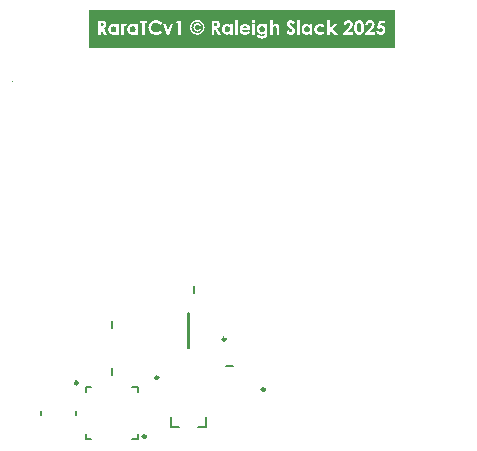
<source format=gto>
G04*
G04 #@! TF.GenerationSoftware,Altium Limited,Altium Designer,25.2.1 (25)*
G04*
G04 Layer_Color=65535*
%FSLAX25Y25*%
%MOIN*%
G70*
G04*
G04 #@! TF.SameCoordinates,1F312145-2A38-4454-B551-27999C65A1A9*
G04*
G04*
G04 #@! TF.FilePolarity,Positive*
G04*
G01*
G75*
%ADD10C,0.00394*%
%ADD11C,0.00984*%
%ADD12C,0.00787*%
G36*
X135617Y153093D02*
X33674D01*
Y165804D01*
X135617D01*
Y153093D01*
D02*
G37*
%LPC*%
G36*
X88624Y162555D02*
X88585D01*
X88506Y162548D01*
X88428Y162529D01*
X88362Y162503D01*
X88309Y162476D01*
X88263Y162443D01*
X88224Y162417D01*
X88204Y162398D01*
X88198Y162391D01*
X88145Y162325D01*
X88106Y162260D01*
X88080Y162194D01*
X88060Y162135D01*
X88047Y162076D01*
X88041Y162037D01*
Y161997D01*
X88047Y161912D01*
X88067Y161833D01*
X88093Y161768D01*
X88119Y161709D01*
X88145Y161663D01*
X88172Y161630D01*
X88191Y161604D01*
X88198Y161597D01*
X88263Y161545D01*
X88329Y161505D01*
X88395Y161473D01*
X88454Y161453D01*
X88513Y161440D01*
X88552Y161433D01*
X88591D01*
X88670Y161440D01*
X88749Y161460D01*
X88815Y161486D01*
X88867Y161512D01*
X88913Y161538D01*
X88952Y161564D01*
X88972Y161584D01*
X88978Y161591D01*
X89031Y161656D01*
X89070Y161722D01*
X89103Y161787D01*
X89123Y161853D01*
X89136Y161906D01*
X89143Y161951D01*
Y161991D01*
X89136Y162076D01*
X89116Y162148D01*
X89090Y162214D01*
X89064Y162273D01*
X89031Y162319D01*
X89005Y162358D01*
X88985Y162378D01*
X88978Y162384D01*
X88913Y162443D01*
X88847Y162483D01*
X88782Y162516D01*
X88723Y162535D01*
X88664Y162548D01*
X88624Y162555D01*
D02*
G37*
G36*
X101062Y162470D02*
X101003D01*
X100905Y162463D01*
X100806Y162457D01*
X100629Y162417D01*
X100478Y162358D01*
X100340Y162299D01*
X100288Y162266D01*
X100235Y162233D01*
X100196Y162201D01*
X100157Y162174D01*
X100131Y162155D01*
X100111Y162135D01*
X100098Y162129D01*
X100091Y162122D01*
X100026Y162056D01*
X99973Y161984D01*
X99921Y161919D01*
X99881Y161846D01*
X99816Y161709D01*
X99770Y161577D01*
X99743Y161460D01*
X99737Y161414D01*
X99730Y161368D01*
X99724Y161335D01*
Y161309D01*
Y161295D01*
Y161289D01*
X99730Y161164D01*
X99757Y161040D01*
X99789Y160928D01*
X99835Y160823D01*
X99875Y160738D01*
X99907Y160672D01*
X99921Y160646D01*
X99934Y160626D01*
X99940Y160620D01*
Y160613D01*
X99986Y160548D01*
X100045Y160476D01*
X100117Y160403D01*
X100190Y160325D01*
X100354Y160161D01*
X100518Y160010D01*
X100603Y159938D01*
X100675Y159872D01*
X100747Y159813D01*
X100806Y159760D01*
X100859Y159714D01*
X100898Y159682D01*
X100924Y159662D01*
X100931Y159655D01*
X101003Y159596D01*
X101069Y159537D01*
X101180Y159439D01*
X101272Y159360D01*
X101338Y159288D01*
X101390Y159236D01*
X101423Y159203D01*
X101443Y159177D01*
X101449Y159170D01*
X101488Y159111D01*
X101515Y159052D01*
X101541Y159000D01*
X101554Y158953D01*
X101561Y158914D01*
X101567Y158881D01*
Y158862D01*
Y158855D01*
X101561Y158790D01*
X101541Y158730D01*
X101515Y158678D01*
X101488Y158632D01*
X101462Y158599D01*
X101436Y158573D01*
X101416Y158553D01*
X101410Y158547D01*
X101351Y158501D01*
X101285Y158468D01*
X101219Y158448D01*
X101161Y158435D01*
X101101Y158422D01*
X101062Y158416D01*
X101023D01*
X100944Y158422D01*
X100865Y158442D01*
X100786Y158475D01*
X100714Y158514D01*
X100649Y158560D01*
X100583Y158612D01*
X100472Y158724D01*
X100380Y158835D01*
X100340Y158888D01*
X100308Y158934D01*
X100281Y158973D01*
X100262Y159006D01*
X100255Y159026D01*
X100249Y159032D01*
X99507Y158580D01*
X99560Y158488D01*
X99612Y158396D01*
X99717Y158238D01*
X99822Y158107D01*
X99921Y158002D01*
X100006Y157917D01*
X100078Y157858D01*
X100104Y157838D01*
X100124Y157825D01*
X100131Y157812D01*
X100137D01*
X100281Y157733D01*
X100426Y157674D01*
X100570Y157628D01*
X100708Y157602D01*
X100826Y157582D01*
X100878Y157576D01*
X100918D01*
X100957Y157569D01*
X101003D01*
X101121Y157576D01*
X101233Y157582D01*
X101338Y157602D01*
X101436Y157628D01*
X101528Y157655D01*
X101613Y157687D01*
X101692Y157720D01*
X101764Y157760D01*
X101823Y157792D01*
X101882Y157825D01*
X101928Y157858D01*
X101967Y157884D01*
X102000Y157911D01*
X102020Y157930D01*
X102033Y157937D01*
X102040Y157943D01*
X102112Y158016D01*
X102171Y158094D01*
X102223Y158166D01*
X102269Y158252D01*
X102308Y158330D01*
X102341Y158409D01*
X102387Y158553D01*
X102407Y158625D01*
X102420Y158685D01*
X102427Y158744D01*
X102433Y158796D01*
X102440Y158835D01*
Y158888D01*
X102433Y159000D01*
X102420Y159098D01*
X102400Y159190D01*
X102381Y159268D01*
X102361Y159341D01*
X102341Y159387D01*
X102328Y159419D01*
X102322Y159432D01*
X102276Y159524D01*
X102217Y159616D01*
X102151Y159708D01*
X102092Y159787D01*
X102033Y159852D01*
X101987Y159905D01*
X101954Y159938D01*
X101941Y159951D01*
X101915Y159977D01*
X101882Y160003D01*
X101843Y160043D01*
X101797Y160082D01*
X101698Y160167D01*
X101593Y160259D01*
X101488Y160351D01*
X101443Y160384D01*
X101403Y160423D01*
X101370Y160449D01*
X101344Y160469D01*
X101331Y160482D01*
X101324Y160489D01*
X101226Y160574D01*
X101141Y160646D01*
X101062Y160712D01*
X100996Y160777D01*
X100931Y160830D01*
X100878Y160882D01*
X100832Y160922D01*
X100793Y160961D01*
X100734Y161020D01*
X100701Y161059D01*
X100682Y161079D01*
X100675Y161085D01*
X100649Y161125D01*
X100629Y161164D01*
X100609Y161236D01*
X100603Y161263D01*
X100596Y161289D01*
Y161302D01*
Y161309D01*
X100603Y161354D01*
X100616Y161394D01*
X100649Y161460D01*
X100669Y161486D01*
X100688Y161505D01*
X100695Y161512D01*
X100701Y161519D01*
X100747Y161551D01*
X100793Y161577D01*
X100839Y161591D01*
X100885Y161604D01*
X100931Y161610D01*
X100964Y161617D01*
X100990D01*
X101056Y161610D01*
X101121Y161597D01*
X101187Y161571D01*
X101252Y161545D01*
X101370Y161466D01*
X101475Y161381D01*
X101567Y161289D01*
X101633Y161210D01*
X101659Y161184D01*
X101679Y161158D01*
X101685Y161145D01*
X101692Y161138D01*
X102354Y161715D01*
X102217Y161866D01*
X102092Y161991D01*
X101974Y162089D01*
X101869Y162168D01*
X101784Y162233D01*
X101718Y162273D01*
X101698Y162286D01*
X101679Y162299D01*
X101672Y162306D01*
X101666D01*
X101548Y162358D01*
X101429Y162398D01*
X101318Y162430D01*
X101219Y162450D01*
X101128Y162463D01*
X101062Y162470D01*
D02*
G37*
G36*
X56126D02*
X56067D01*
X55942Y162463D01*
X55818Y162457D01*
X55582Y162417D01*
X55365Y162365D01*
X55267Y162332D01*
X55175Y162306D01*
X55090Y162273D01*
X55017Y162240D01*
X54952Y162214D01*
X54899Y162188D01*
X54853Y162168D01*
X54821Y162148D01*
X54801Y162142D01*
X54794Y162135D01*
X54591Y162004D01*
X54493Y161932D01*
X54407Y161860D01*
X54329Y161787D01*
X54256Y161715D01*
X54184Y161643D01*
X54125Y161577D01*
X54073Y161512D01*
X54027Y161453D01*
X53987Y161400D01*
X53955Y161354D01*
X53929Y161315D01*
X53909Y161289D01*
X53902Y161269D01*
X53896Y161263D01*
X53843Y161158D01*
X53791Y161053D01*
X53712Y160843D01*
X53659Y160633D01*
X53620Y160443D01*
X53607Y160351D01*
X53601Y160272D01*
X53587Y160200D01*
Y160141D01*
X53581Y160088D01*
Y160023D01*
X53587Y159826D01*
X53614Y159636D01*
X53646Y159459D01*
X53686Y159295D01*
X53738Y159137D01*
X53797Y158993D01*
X53863Y158862D01*
X53929Y158737D01*
X53987Y158625D01*
X54053Y158534D01*
X54112Y158448D01*
X54165Y158383D01*
X54204Y158330D01*
X54243Y158291D01*
X54263Y158265D01*
X54270Y158258D01*
X54407Y158140D01*
X54545Y158029D01*
X54689Y157937D01*
X54840Y157858D01*
X54991Y157792D01*
X55142Y157740D01*
X55286Y157694D01*
X55424Y157655D01*
X55555Y157628D01*
X55673Y157609D01*
X55778Y157589D01*
X55870Y157582D01*
X55949Y157576D01*
X56008Y157569D01*
X56054D01*
X56270Y157576D01*
X56467Y157602D01*
X56644Y157628D01*
X56723Y157648D01*
X56802Y157668D01*
X56867Y157681D01*
X56926Y157701D01*
X56979Y157714D01*
X57025Y157733D01*
X57058Y157740D01*
X57084Y157753D01*
X57097Y157760D01*
X57104D01*
X57189Y157799D01*
X57281Y157845D01*
X57451Y157950D01*
X57615Y158068D01*
X57766Y158186D01*
X57832Y158238D01*
X57891Y158291D01*
X57950Y158337D01*
X57996Y158383D01*
X58029Y158416D01*
X58061Y158442D01*
X58074Y158455D01*
X58081Y158461D01*
X57477Y159091D01*
X57333Y158960D01*
X57202Y158849D01*
X57084Y158757D01*
X56979Y158685D01*
X56894Y158632D01*
X56828Y158593D01*
X56802Y158580D01*
X56782Y158573D01*
X56775Y158566D01*
X56769D01*
X56651Y158521D01*
X56526Y158488D01*
X56408Y158461D01*
X56303Y158448D01*
X56205Y158435D01*
X56133Y158429D01*
X56067D01*
X55903Y158435D01*
X55746Y158461D01*
X55608Y158494D01*
X55483Y158534D01*
X55385Y158566D01*
X55339Y158586D01*
X55306Y158599D01*
X55280Y158612D01*
X55260Y158625D01*
X55247Y158632D01*
X55240D01*
X55109Y158717D01*
X54991Y158809D01*
X54893Y158901D01*
X54814Y158993D01*
X54748Y159072D01*
X54703Y159137D01*
X54683Y159163D01*
X54670Y159183D01*
X54663Y159190D01*
Y159196D01*
X54598Y159334D01*
X54552Y159478D01*
X54512Y159616D01*
X54493Y159747D01*
X54479Y159859D01*
X54473Y159905D01*
Y159944D01*
X54466Y159977D01*
Y160003D01*
Y160016D01*
Y160023D01*
X54473Y160148D01*
X54486Y160266D01*
X54506Y160377D01*
X54539Y160482D01*
X54571Y160580D01*
X54611Y160672D01*
X54650Y160758D01*
X54696Y160836D01*
X54735Y160908D01*
X54775Y160974D01*
X54814Y161027D01*
X54847Y161072D01*
X54880Y161105D01*
X54899Y161132D01*
X54913Y161145D01*
X54919Y161151D01*
X55004Y161230D01*
X55103Y161302D01*
X55195Y161361D01*
X55286Y161420D01*
X55385Y161460D01*
X55477Y161499D01*
X55568Y161532D01*
X55654Y161551D01*
X55739Y161571D01*
X55811Y161584D01*
X55877Y161597D01*
X55936Y161604D01*
X55982Y161610D01*
X56047D01*
X56192Y161604D01*
X56336Y161584D01*
X56474Y161551D01*
X56605Y161505D01*
X56730Y161453D01*
X56848Y161400D01*
X56959Y161341D01*
X57058Y161276D01*
X57149Y161217D01*
X57235Y161151D01*
X57307Y161099D01*
X57366Y161046D01*
X57412Y161000D01*
X57451Y160968D01*
X57471Y160948D01*
X57477Y160941D01*
X58101Y161532D01*
X57950Y161689D01*
X57792Y161827D01*
X57635Y161945D01*
X57490Y162043D01*
X57366Y162122D01*
X57313Y162148D01*
X57267Y162174D01*
X57228Y162194D01*
X57202Y162207D01*
X57182Y162220D01*
X57176D01*
X56979Y162306D01*
X56775Y162365D01*
X56592Y162411D01*
X56421Y162437D01*
X56349Y162450D01*
X56277Y162457D01*
X56218Y162463D01*
X56165D01*
X56126Y162470D01*
D02*
G37*
G36*
X45945Y161223D02*
X45912D01*
X45827Y161217D01*
X45748Y161204D01*
X45669Y161177D01*
X45610Y161158D01*
X45551Y161132D01*
X45512Y161105D01*
X45486Y161092D01*
X45479Y161085D01*
X45407Y161033D01*
X45348Y160968D01*
X45296Y160908D01*
X45250Y160843D01*
X45210Y160784D01*
X45184Y160738D01*
X45171Y160712D01*
X45164Y160698D01*
Y161138D01*
X44416D01*
Y157687D01*
X45282D01*
Y159078D01*
X45276Y159242D01*
Y159373D01*
X45282Y159492D01*
X45289Y159603D01*
X45296Y159701D01*
X45309Y159787D01*
X45322Y159865D01*
X45335Y159938D01*
X45348Y159997D01*
X45355Y160049D01*
X45368Y160095D01*
X45381Y160134D01*
X45394Y160161D01*
X45401Y160187D01*
X45407Y160200D01*
X45414Y160213D01*
X45466Y160298D01*
X45525Y160357D01*
X45578Y160403D01*
X45630Y160430D01*
X45676Y160449D01*
X45715Y160456D01*
X45742Y160462D01*
X45788D01*
X45827Y160449D01*
X45912Y160423D01*
X45945Y160410D01*
X45971Y160397D01*
X45991Y160390D01*
X45997Y160384D01*
X46266Y161132D01*
X46201Y161164D01*
X46135Y161184D01*
X46076Y161204D01*
X46024Y161210D01*
X45978Y161217D01*
X45945Y161223D01*
D02*
G37*
G36*
X110909D02*
X110823D01*
X110620Y161210D01*
X110430Y161184D01*
X110259Y161145D01*
X110108Y161105D01*
X110043Y161079D01*
X109984Y161059D01*
X109938Y161040D01*
X109892Y161020D01*
X109859Y161000D01*
X109833Y160994D01*
X109820Y160981D01*
X109813D01*
X109656Y160882D01*
X109518Y160777D01*
X109400Y160666D01*
X109301Y160561D01*
X109223Y160462D01*
X109164Y160390D01*
X109144Y160357D01*
X109131Y160338D01*
X109118Y160325D01*
Y160318D01*
X109032Y160161D01*
X108973Y159997D01*
X108928Y159846D01*
X108901Y159701D01*
X108888Y159636D01*
X108882Y159577D01*
X108875Y159531D01*
Y159485D01*
X108869Y159446D01*
Y159400D01*
X108875Y159268D01*
X108888Y159137D01*
X108914Y159013D01*
X108947Y158901D01*
X108987Y158790D01*
X109032Y158685D01*
X109078Y158586D01*
X109124Y158501D01*
X109170Y158422D01*
X109216Y158350D01*
X109262Y158284D01*
X109301Y158238D01*
X109334Y158193D01*
X109361Y158166D01*
X109374Y158147D01*
X109380Y158140D01*
X109478Y158048D01*
X109590Y157963D01*
X109702Y157891D01*
X109820Y157832D01*
X109944Y157779D01*
X110062Y157733D01*
X110180Y157701D01*
X110292Y157668D01*
X110397Y157648D01*
X110495Y157628D01*
X110581Y157622D01*
X110659Y157609D01*
X110725D01*
X110771Y157602D01*
X110810D01*
X110994Y157609D01*
X111171Y157635D01*
X111328Y157668D01*
X111479Y157714D01*
X111624Y157766D01*
X111748Y157832D01*
X111866Y157891D01*
X111971Y157963D01*
X112070Y158029D01*
X112148Y158094D01*
X112221Y158153D01*
X112273Y158206D01*
X112319Y158252D01*
X112352Y158284D01*
X112372Y158311D01*
X112378Y158317D01*
X111689Y158790D01*
X111624Y158717D01*
X111558Y158658D01*
X111486Y158606D01*
X111414Y158560D01*
X111335Y158527D01*
X111263Y158494D01*
X111119Y158448D01*
X110987Y158416D01*
X110928Y158409D01*
X110882Y158403D01*
X110843Y158396D01*
X110784D01*
X110620Y158409D01*
X110469Y158442D01*
X110338Y158481D01*
X110233Y158534D01*
X110148Y158586D01*
X110082Y158625D01*
X110043Y158658D01*
X110036Y158671D01*
X110030D01*
X109977Y158724D01*
X109938Y158783D01*
X109866Y158901D01*
X109813Y159019D01*
X109780Y159131D01*
X109754Y159236D01*
X109748Y159275D01*
Y159314D01*
X109741Y159347D01*
Y159367D01*
Y159380D01*
Y159387D01*
X109748Y159472D01*
X109754Y159550D01*
X109787Y159695D01*
X109833Y159819D01*
X109892Y159924D01*
X109944Y160010D01*
X109990Y160075D01*
X110023Y160115D01*
X110036Y160128D01*
X110095Y160180D01*
X110154Y160226D01*
X110285Y160292D01*
X110417Y160344D01*
X110541Y160384D01*
X110653Y160403D01*
X110699Y160410D01*
X110745D01*
X110777Y160416D01*
X110823D01*
X110922Y160410D01*
X111007Y160403D01*
X111092Y160390D01*
X111158Y160377D01*
X111210Y160357D01*
X111256Y160344D01*
X111283Y160338D01*
X111289Y160331D01*
X111368Y160292D01*
X111440Y160252D01*
X111506Y160200D01*
X111571Y160154D01*
X111624Y160108D01*
X111663Y160069D01*
X111689Y160043D01*
X111696Y160036D01*
X112417Y160430D01*
X112312Y160567D01*
X112201Y160679D01*
X112089Y160784D01*
X111985Y160863D01*
X111886Y160928D01*
X111814Y160974D01*
X111781Y160994D01*
X111761Y161007D01*
X111748Y161013D01*
X111742D01*
X111584Y161085D01*
X111427Y161138D01*
X111269Y161171D01*
X111132Y161197D01*
X111066Y161204D01*
X111007Y161210D01*
X110954Y161217D01*
X110909Y161223D01*
D02*
G37*
G36*
X61912Y161138D02*
X61033D01*
X60160Y159098D01*
X59295Y161138D01*
X58409D01*
X59878Y157687D01*
X60436D01*
X61912Y161138D01*
D02*
G37*
G36*
X132511Y162352D02*
X130326D01*
X129762Y159760D01*
X130484Y159596D01*
X130536Y159649D01*
X130582Y159688D01*
X130634Y159728D01*
X130674Y159760D01*
X130707Y159780D01*
X130733Y159800D01*
X130753Y159813D01*
X130759D01*
X130812Y159839D01*
X130864Y159859D01*
X130917Y159872D01*
X130956Y159885D01*
X130995D01*
X131022Y159892D01*
X131048D01*
X131146Y159885D01*
X131238Y159859D01*
X131317Y159826D01*
X131382Y159787D01*
X131441Y159747D01*
X131481Y159714D01*
X131507Y159688D01*
X131514Y159682D01*
X131579Y159603D01*
X131625Y159511D01*
X131665Y159426D01*
X131684Y159341D01*
X131697Y159262D01*
X131710Y159203D01*
Y159163D01*
Y159157D01*
Y159150D01*
X131704Y159032D01*
X131678Y158927D01*
X131645Y158835D01*
X131605Y158757D01*
X131566Y158698D01*
X131533Y158652D01*
X131507Y158625D01*
X131500Y158612D01*
X131422Y158540D01*
X131336Y158494D01*
X131251Y158455D01*
X131173Y158429D01*
X131100Y158416D01*
X131048Y158409D01*
X131009Y158403D01*
X130995D01*
X130917Y158409D01*
X130844Y158422D01*
X130779Y158435D01*
X130726Y158461D01*
X130674Y158481D01*
X130641Y158494D01*
X130615Y158508D01*
X130608Y158514D01*
X130543Y158560D01*
X130490Y158612D01*
X130444Y158671D01*
X130398Y158724D01*
X130372Y158770D01*
X130346Y158809D01*
X130333Y158842D01*
X130326Y158849D01*
X129395D01*
X129421Y158737D01*
X129454Y158639D01*
X129539Y158448D01*
X129585Y158370D01*
X129631Y158291D01*
X129677Y158219D01*
X129723Y158153D01*
X129769Y158101D01*
X129808Y158048D01*
X129847Y158009D01*
X129887Y157976D01*
X129913Y157943D01*
X129933Y157924D01*
X129946Y157917D01*
X129952Y157911D01*
X130031Y157852D01*
X130116Y157799D01*
X130208Y157753D01*
X130293Y157714D01*
X130464Y157655D01*
X130621Y157615D01*
X130700Y157596D01*
X130766Y157589D01*
X130825Y157582D01*
X130877Y157576D01*
X130917Y157569D01*
X130976D01*
X131100Y157576D01*
X131218Y157589D01*
X131330Y157615D01*
X131435Y157641D01*
X131533Y157674D01*
X131632Y157714D01*
X131717Y157760D01*
X131796Y157806D01*
X131868Y157845D01*
X131927Y157891D01*
X131979Y157930D01*
X132025Y157963D01*
X132065Y157989D01*
X132091Y158016D01*
X132104Y158029D01*
X132111Y158035D01*
X132196Y158127D01*
X132261Y158219D01*
X132327Y158317D01*
X132379Y158409D01*
X132425Y158508D01*
X132465Y158606D01*
X132491Y158698D01*
X132517Y158783D01*
X132537Y158868D01*
X132550Y158940D01*
X132563Y159013D01*
X132570Y159072D01*
X132576Y159117D01*
Y159183D01*
X132570Y159308D01*
X132557Y159426D01*
X132537Y159537D01*
X132511Y159642D01*
X132478Y159741D01*
X132439Y159833D01*
X132406Y159918D01*
X132366Y159990D01*
X132320Y160062D01*
X132288Y160121D01*
X132248Y160174D01*
X132215Y160213D01*
X132189Y160246D01*
X132170Y160272D01*
X132157Y160285D01*
X132150Y160292D01*
X132071Y160371D01*
X131986Y160436D01*
X131901Y160495D01*
X131809Y160541D01*
X131723Y160587D01*
X131632Y160620D01*
X131468Y160672D01*
X131389Y160692D01*
X131323Y160705D01*
X131258Y160712D01*
X131205Y160718D01*
X131159Y160725D01*
X131048D01*
X130995Y160718D01*
X130963Y160712D01*
X130949D01*
X130897Y160698D01*
X130844Y160692D01*
X130812Y160685D01*
X130805Y160679D01*
X130799D01*
X130989Y161532D01*
X132511D01*
Y162352D01*
D02*
G37*
G36*
X127538Y162470D02*
X127466D01*
X127341Y162463D01*
X127217Y162450D01*
X127105Y162430D01*
X127000Y162404D01*
X126902Y162371D01*
X126804Y162332D01*
X126718Y162293D01*
X126646Y162253D01*
X126574Y162214D01*
X126515Y162174D01*
X126462Y162135D01*
X126417Y162102D01*
X126384Y162076D01*
X126357Y162056D01*
X126344Y162043D01*
X126338Y162037D01*
X126259Y161951D01*
X126193Y161860D01*
X126134Y161768D01*
X126082Y161669D01*
X126036Y161571D01*
X125997Y161473D01*
X125938Y161282D01*
X125918Y161190D01*
X125898Y161112D01*
X125885Y161040D01*
X125879Y160974D01*
X125872Y160922D01*
X125865Y160882D01*
Y160856D01*
Y160849D01*
X126731D01*
X126744Y160981D01*
X126764Y161092D01*
X126797Y161190D01*
X126830Y161269D01*
X126869Y161335D01*
X126895Y161381D01*
X126922Y161414D01*
X126928Y161420D01*
X127000Y161492D01*
X127086Y161545D01*
X127164Y161584D01*
X127236Y161610D01*
X127309Y161624D01*
X127361Y161637D01*
X127407D01*
X127505Y161630D01*
X127597Y161610D01*
X127676Y161577D01*
X127742Y161551D01*
X127794Y161519D01*
X127833Y161486D01*
X127860Y161466D01*
X127866Y161460D01*
X127925Y161387D01*
X127971Y161315D01*
X128004Y161243D01*
X128030Y161171D01*
X128043Y161105D01*
X128050Y161059D01*
Y161027D01*
Y161013D01*
X128043Y160915D01*
X128024Y160810D01*
X127991Y160712D01*
X127965Y160626D01*
X127932Y160548D01*
X127899Y160482D01*
X127879Y160443D01*
X127873Y160436D01*
Y160430D01*
X127840Y160364D01*
X127794Y160298D01*
X127696Y160161D01*
X127578Y160016D01*
X127460Y159885D01*
X127355Y159760D01*
X127302Y159708D01*
X127263Y159662D01*
X127230Y159629D01*
X127204Y159603D01*
X127184Y159583D01*
X127177Y159577D01*
X125741Y158107D01*
Y157687D01*
X128975D01*
Y158508D01*
X127302D01*
X127827Y159058D01*
X127938Y159177D01*
X128043Y159295D01*
X128142Y159406D01*
X128227Y159511D01*
X128306Y159609D01*
X128378Y159701D01*
X128444Y159787D01*
X128496Y159865D01*
X128542Y159938D01*
X128588Y160003D01*
X128621Y160056D01*
X128647Y160101D01*
X128667Y160141D01*
X128680Y160167D01*
X128693Y160180D01*
Y160187D01*
X128771Y160364D01*
X128831Y160528D01*
X128876Y160679D01*
X128903Y160817D01*
X128916Y160876D01*
X128922Y160928D01*
X128929Y160974D01*
Y161013D01*
X128936Y161046D01*
Y161066D01*
Y161079D01*
Y161085D01*
X128929Y161217D01*
X128903Y161341D01*
X128876Y161453D01*
X128837Y161558D01*
X128804Y161643D01*
X128771Y161709D01*
X128758Y161735D01*
X128745Y161755D01*
X128739Y161761D01*
Y161768D01*
X128660Y161886D01*
X128575Y161991D01*
X128489Y162083D01*
X128404Y162155D01*
X128325Y162214D01*
X128266Y162253D01*
X128227Y162279D01*
X128220Y162286D01*
X128214D01*
X128089Y162345D01*
X127965Y162391D01*
X127833Y162424D01*
X127722Y162450D01*
X127617Y162463D01*
X127578D01*
X127538Y162470D01*
D02*
G37*
G36*
X120270D02*
X120198D01*
X120073Y162463D01*
X119948Y162450D01*
X119837Y162430D01*
X119732Y162404D01*
X119633Y162371D01*
X119535Y162332D01*
X119450Y162293D01*
X119378Y162253D01*
X119305Y162214D01*
X119246Y162174D01*
X119194Y162135D01*
X119148Y162102D01*
X119115Y162076D01*
X119089Y162056D01*
X119076Y162043D01*
X119069Y162037D01*
X118991Y161951D01*
X118925Y161860D01*
X118866Y161768D01*
X118813Y161669D01*
X118767Y161571D01*
X118728Y161473D01*
X118669Y161282D01*
X118649Y161190D01*
X118630Y161112D01*
X118617Y161040D01*
X118610Y160974D01*
X118604Y160922D01*
X118597Y160882D01*
Y160856D01*
Y160849D01*
X119463D01*
X119476Y160981D01*
X119496Y161092D01*
X119528Y161190D01*
X119561Y161269D01*
X119601Y161335D01*
X119627Y161381D01*
X119653Y161414D01*
X119660Y161420D01*
X119732Y161492D01*
X119817Y161545D01*
X119896Y161584D01*
X119968Y161610D01*
X120040Y161624D01*
X120093Y161637D01*
X120139D01*
X120237Y161630D01*
X120329Y161610D01*
X120407Y161577D01*
X120473Y161551D01*
X120526Y161519D01*
X120565Y161486D01*
X120591Y161466D01*
X120598Y161460D01*
X120657Y161387D01*
X120703Y161315D01*
X120736Y161243D01*
X120762Y161171D01*
X120775Y161105D01*
X120781Y161059D01*
Y161027D01*
Y161013D01*
X120775Y160915D01*
X120755Y160810D01*
X120722Y160712D01*
X120696Y160626D01*
X120663Y160548D01*
X120631Y160482D01*
X120611Y160443D01*
X120604Y160436D01*
Y160430D01*
X120571Y160364D01*
X120526Y160298D01*
X120427Y160161D01*
X120309Y160016D01*
X120191Y159885D01*
X120086Y159760D01*
X120034Y159708D01*
X119994Y159662D01*
X119961Y159629D01*
X119935Y159603D01*
X119915Y159583D01*
X119909Y159577D01*
X118472Y158107D01*
Y157687D01*
X121706D01*
Y158508D01*
X120034D01*
X120558Y159058D01*
X120670Y159177D01*
X120775Y159295D01*
X120873Y159406D01*
X120958Y159511D01*
X121037Y159609D01*
X121109Y159701D01*
X121175Y159787D01*
X121228Y159865D01*
X121273Y159938D01*
X121319Y160003D01*
X121352Y160056D01*
X121378Y160101D01*
X121398Y160141D01*
X121411Y160167D01*
X121424Y160180D01*
Y160187D01*
X121503Y160364D01*
X121562Y160528D01*
X121608Y160679D01*
X121634Y160817D01*
X121647Y160876D01*
X121654Y160928D01*
X121660Y160974D01*
Y161013D01*
X121667Y161046D01*
Y161066D01*
Y161079D01*
Y161085D01*
X121660Y161217D01*
X121634Y161341D01*
X121608Y161453D01*
X121569Y161558D01*
X121536Y161643D01*
X121503Y161709D01*
X121490Y161735D01*
X121477Y161755D01*
X121470Y161761D01*
Y161768D01*
X121391Y161886D01*
X121306Y161991D01*
X121221Y162083D01*
X121136Y162155D01*
X121057Y162214D01*
X120998Y162253D01*
X120958Y162279D01*
X120952Y162286D01*
X120945D01*
X120821Y162345D01*
X120696Y162391D01*
X120565Y162424D01*
X120453Y162450D01*
X120349Y162463D01*
X120309D01*
X120270Y162470D01*
D02*
G37*
G36*
X114071D02*
X113205D01*
Y157687D01*
X114071D01*
Y159275D01*
X115527Y157687D01*
X116616D01*
X114950Y159498D01*
X116412Y161138D01*
X115343D01*
X114071Y159708D01*
Y162470D01*
D02*
G37*
G36*
X106258Y161223D02*
X106205D01*
X106080Y161217D01*
X105962Y161204D01*
X105851Y161177D01*
X105739Y161145D01*
X105641Y161105D01*
X105543Y161059D01*
X105457Y161013D01*
X105378Y160968D01*
X105306Y160922D01*
X105241Y160876D01*
X105188Y160830D01*
X105142Y160790D01*
X105103Y160758D01*
X105077Y160731D01*
X105064Y160718D01*
X105057Y160712D01*
X104978Y160613D01*
X104906Y160508D01*
X104841Y160403D01*
X104788Y160292D01*
X104742Y160180D01*
X104703Y160075D01*
X104677Y159970D01*
X104650Y159865D01*
X104631Y159774D01*
X104618Y159682D01*
X104604Y159603D01*
X104598Y159537D01*
X104591Y159485D01*
Y159406D01*
X104598Y159262D01*
X104611Y159131D01*
X104637Y159000D01*
X104670Y158875D01*
X104703Y158763D01*
X104742Y158658D01*
X104788Y158560D01*
X104834Y158468D01*
X104880Y158389D01*
X104926Y158317D01*
X104965Y158258D01*
X104998Y158206D01*
X105031Y158166D01*
X105057Y158140D01*
X105070Y158120D01*
X105077Y158114D01*
X105169Y158022D01*
X105267Y157943D01*
X105365Y157878D01*
X105464Y157819D01*
X105562Y157766D01*
X105654Y157727D01*
X105746Y157694D01*
X105838Y157668D01*
X105917Y157648D01*
X105995Y157628D01*
X106061Y157615D01*
X106120Y157609D01*
X106166D01*
X106205Y157602D01*
X106231D01*
X106343Y157609D01*
X106441Y157622D01*
X106533Y157635D01*
X106618Y157655D01*
X106684Y157674D01*
X106737Y157694D01*
X106769Y157701D01*
X106782Y157707D01*
X106881Y157753D01*
X106973Y157806D01*
X107058Y157865D01*
X107137Y157917D01*
X107202Y157969D01*
X107248Y158009D01*
X107281Y158035D01*
X107294Y158048D01*
Y157687D01*
X108160D01*
Y161138D01*
X107294D01*
Y160758D01*
X107202Y160836D01*
X107117Y160908D01*
X107032Y160968D01*
X106953Y161020D01*
X106881Y161053D01*
X106828Y161085D01*
X106796Y161099D01*
X106782Y161105D01*
X106677Y161145D01*
X106579Y161171D01*
X106481Y161197D01*
X106395Y161210D01*
X106317Y161217D01*
X106258Y161223D01*
D02*
G37*
G36*
X103962Y162470D02*
X103096D01*
Y157687D01*
X103962D01*
Y162470D01*
D02*
G37*
G36*
X94968D02*
X94102D01*
Y157687D01*
X94968D01*
Y159065D01*
Y159163D01*
Y159255D01*
Y159341D01*
X94974Y159413D01*
Y159478D01*
X94981Y159537D01*
Y159590D01*
X94987Y159629D01*
Y159701D01*
X94994Y159747D01*
X95001Y159774D01*
Y159780D01*
X95033Y159885D01*
X95073Y159977D01*
X95119Y160062D01*
X95158Y160128D01*
X95197Y160180D01*
X95230Y160220D01*
X95257Y160246D01*
X95263Y160252D01*
X95335Y160311D01*
X95414Y160357D01*
X95493Y160384D01*
X95558Y160410D01*
X95624Y160423D01*
X95670Y160430D01*
X95716D01*
X95788Y160423D01*
X95853Y160416D01*
X95906Y160397D01*
X95958Y160377D01*
X95998Y160357D01*
X96024Y160344D01*
X96044Y160331D01*
X96050Y160325D01*
X96096Y160279D01*
X96142Y160233D01*
X96175Y160174D01*
X96201Y160128D01*
X96221Y160075D01*
X96234Y160036D01*
X96247Y160010D01*
Y160003D01*
X96260Y159957D01*
X96267Y159911D01*
X96280Y159787D01*
X96293Y159655D01*
X96299Y159524D01*
X96306Y159400D01*
Y159341D01*
Y159295D01*
Y159255D01*
Y159222D01*
Y159203D01*
Y159196D01*
Y157687D01*
X97159D01*
Y160075D01*
X97146Y160174D01*
X97133Y160266D01*
X97113Y160357D01*
X97087Y160436D01*
X97061Y160508D01*
X97034Y160580D01*
X97008Y160640D01*
X96982Y160692D01*
X96956Y160738D01*
X96929Y160777D01*
X96903Y160803D01*
X96883Y160830D01*
X96870Y160849D01*
X96864Y160856D01*
X96857Y160863D01*
X96791Y160928D01*
X96719Y160981D01*
X96647Y161033D01*
X96575Y161072D01*
X96431Y161138D01*
X96293Y161177D01*
X96175Y161204D01*
X96122Y161210D01*
X96077Y161217D01*
X96044Y161223D01*
X95991D01*
X95893Y161217D01*
X95801Y161204D01*
X95709Y161190D01*
X95637Y161171D01*
X95565Y161145D01*
X95519Y161132D01*
X95486Y161118D01*
X95473Y161112D01*
X95381Y161066D01*
X95289Y161013D01*
X95204Y160961D01*
X95125Y160908D01*
X95060Y160856D01*
X95014Y160817D01*
X94981Y160790D01*
X94968Y160784D01*
Y162470D01*
D02*
G37*
G36*
X89025Y161138D02*
X88159D01*
Y157687D01*
X89025D01*
Y161138D01*
D02*
G37*
G36*
X83311Y162470D02*
X82445D01*
Y157687D01*
X83311D01*
Y162470D01*
D02*
G37*
G36*
X79762Y161223D02*
X79709D01*
X79585Y161217D01*
X79466Y161204D01*
X79355Y161177D01*
X79243Y161145D01*
X79145Y161105D01*
X79047Y161059D01*
X78961Y161013D01*
X78883Y160968D01*
X78811Y160922D01*
X78745Y160876D01*
X78693Y160830D01*
X78647Y160790D01*
X78607Y160758D01*
X78581Y160731D01*
X78568Y160718D01*
X78561Y160712D01*
X78483Y160613D01*
X78410Y160508D01*
X78345Y160403D01*
X78292Y160292D01*
X78246Y160180D01*
X78207Y160075D01*
X78181Y159970D01*
X78154Y159865D01*
X78135Y159774D01*
X78122Y159682D01*
X78109Y159603D01*
X78102Y159537D01*
X78096Y159485D01*
Y159406D01*
X78102Y159262D01*
X78115Y159131D01*
X78141Y159000D01*
X78174Y158875D01*
X78207Y158763D01*
X78246Y158658D01*
X78292Y158560D01*
X78338Y158468D01*
X78384Y158389D01*
X78430Y158317D01*
X78469Y158258D01*
X78502Y158206D01*
X78535Y158166D01*
X78561Y158140D01*
X78574Y158120D01*
X78581Y158114D01*
X78673Y158022D01*
X78771Y157943D01*
X78870Y157878D01*
X78968Y157819D01*
X79066Y157766D01*
X79158Y157727D01*
X79250Y157694D01*
X79342Y157668D01*
X79421Y157648D01*
X79499Y157628D01*
X79565Y157615D01*
X79624Y157609D01*
X79670D01*
X79709Y157602D01*
X79735D01*
X79847Y157609D01*
X79945Y157622D01*
X80037Y157635D01*
X80123Y157655D01*
X80188Y157674D01*
X80241Y157694D01*
X80273Y157701D01*
X80287Y157707D01*
X80385Y157753D01*
X80477Y157806D01*
X80562Y157865D01*
X80641Y157917D01*
X80706Y157969D01*
X80752Y158009D01*
X80785Y158035D01*
X80798Y158048D01*
Y157687D01*
X81664D01*
Y161138D01*
X80798D01*
Y160758D01*
X80706Y160836D01*
X80621Y160908D01*
X80536Y160968D01*
X80457Y161020D01*
X80385Y161053D01*
X80332Y161085D01*
X80300Y161099D01*
X80287Y161105D01*
X80182Y161145D01*
X80083Y161171D01*
X79985Y161197D01*
X79900Y161210D01*
X79821Y161217D01*
X79762Y161223D01*
D02*
G37*
G36*
X75701Y162352D02*
X74638D01*
Y157687D01*
X75517D01*
Y159662D01*
X75603D01*
X76652Y157687D01*
X77623D01*
X76521Y159754D01*
X76679Y159819D01*
X76810Y159898D01*
X76921Y159977D01*
X77020Y160049D01*
X77092Y160121D01*
X77144Y160174D01*
X77171Y160213D01*
X77184Y160220D01*
Y160226D01*
X77256Y160351D01*
X77315Y160476D01*
X77354Y160607D01*
X77381Y160725D01*
X77394Y160830D01*
X77400Y160876D01*
X77407Y160915D01*
Y160948D01*
Y160974D01*
Y160987D01*
Y160994D01*
X77400Y161151D01*
X77374Y161295D01*
X77341Y161427D01*
X77308Y161538D01*
X77269Y161624D01*
X77236Y161689D01*
X77223Y161715D01*
X77210Y161735D01*
X77203Y161741D01*
Y161748D01*
X77125Y161860D01*
X77039Y161958D01*
X76954Y162037D01*
X76869Y162096D01*
X76790Y162148D01*
X76731Y162181D01*
X76692Y162201D01*
X76685Y162207D01*
X76679D01*
X76613Y162233D01*
X76534Y162253D01*
X76455Y162273D01*
X76370Y162293D01*
X76187Y162319D01*
X76003Y162332D01*
X75918Y162338D01*
X75839Y162345D01*
X75767D01*
X75701Y162352D01*
D02*
G37*
G36*
X64372D02*
X63047D01*
X62535Y161519D01*
X63493D01*
Y157687D01*
X64372D01*
Y162352D01*
D02*
G37*
G36*
X53200D02*
X50622D01*
Y161479D01*
X51449D01*
Y157687D01*
X52347D01*
Y161479D01*
X53200D01*
Y162352D01*
D02*
G37*
G36*
X48208Y161223D02*
X48156D01*
X48031Y161217D01*
X47913Y161204D01*
X47801Y161177D01*
X47690Y161145D01*
X47592Y161105D01*
X47493Y161059D01*
X47408Y161013D01*
X47329Y160968D01*
X47257Y160922D01*
X47191Y160876D01*
X47139Y160830D01*
X47093Y160790D01*
X47054Y160758D01*
X47027Y160731D01*
X47014Y160718D01*
X47008Y160712D01*
X46929Y160613D01*
X46857Y160508D01*
X46791Y160403D01*
X46739Y160292D01*
X46693Y160180D01*
X46653Y160075D01*
X46627Y159970D01*
X46601Y159865D01*
X46581Y159774D01*
X46568Y159682D01*
X46555Y159603D01*
X46549Y159537D01*
X46542Y159485D01*
Y159406D01*
X46549Y159262D01*
X46562Y159131D01*
X46588Y159000D01*
X46621Y158875D01*
X46653Y158763D01*
X46693Y158658D01*
X46739Y158560D01*
X46785Y158468D01*
X46830Y158389D01*
X46876Y158317D01*
X46916Y158258D01*
X46949Y158206D01*
X46981Y158166D01*
X47008Y158140D01*
X47021Y158120D01*
X47027Y158114D01*
X47119Y158022D01*
X47218Y157943D01*
X47316Y157878D01*
X47414Y157819D01*
X47513Y157766D01*
X47605Y157727D01*
X47697Y157694D01*
X47788Y157668D01*
X47867Y157648D01*
X47946Y157628D01*
X48011Y157615D01*
X48070Y157609D01*
X48116D01*
X48156Y157602D01*
X48182D01*
X48293Y157609D01*
X48392Y157622D01*
X48484Y157635D01*
X48569Y157655D01*
X48635Y157674D01*
X48687Y157694D01*
X48720Y157701D01*
X48733Y157707D01*
X48831Y157753D01*
X48923Y157806D01*
X49009Y157865D01*
X49087Y157917D01*
X49153Y157969D01*
X49199Y158009D01*
X49231Y158035D01*
X49245Y158048D01*
Y157687D01*
X50111D01*
Y161138D01*
X49245D01*
Y160758D01*
X49153Y160836D01*
X49068Y160908D01*
X48982Y160968D01*
X48904Y161020D01*
X48831Y161053D01*
X48779Y161085D01*
X48746Y161099D01*
X48733Y161105D01*
X48628Y161145D01*
X48530Y161171D01*
X48431Y161197D01*
X48346Y161210D01*
X48267Y161217D01*
X48208Y161223D01*
D02*
G37*
G36*
X41838D02*
X41786D01*
X41661Y161217D01*
X41543Y161204D01*
X41432Y161177D01*
X41320Y161145D01*
X41222Y161105D01*
X41123Y161059D01*
X41038Y161013D01*
X40959Y160968D01*
X40887Y160922D01*
X40822Y160876D01*
X40769Y160830D01*
X40723Y160790D01*
X40684Y160758D01*
X40658Y160731D01*
X40644Y160718D01*
X40638Y160712D01*
X40559Y160613D01*
X40487Y160508D01*
X40421Y160403D01*
X40369Y160292D01*
X40323Y160180D01*
X40284Y160075D01*
X40257Y159970D01*
X40231Y159865D01*
X40211Y159774D01*
X40198Y159682D01*
X40185Y159603D01*
X40179Y159537D01*
X40172Y159485D01*
Y159406D01*
X40179Y159262D01*
X40192Y159131D01*
X40218Y159000D01*
X40251Y158875D01*
X40284Y158763D01*
X40323Y158658D01*
X40369Y158560D01*
X40415Y158468D01*
X40461Y158389D01*
X40507Y158317D01*
X40546Y158258D01*
X40579Y158206D01*
X40612Y158166D01*
X40638Y158140D01*
X40651Y158120D01*
X40658Y158114D01*
X40749Y158022D01*
X40848Y157943D01*
X40946Y157878D01*
X41045Y157819D01*
X41143Y157766D01*
X41235Y157727D01*
X41327Y157694D01*
X41418Y157668D01*
X41497Y157648D01*
X41576Y157628D01*
X41642Y157615D01*
X41701Y157609D01*
X41747D01*
X41786Y157602D01*
X41812D01*
X41924Y157609D01*
X42022Y157622D01*
X42114Y157635D01*
X42199Y157655D01*
X42265Y157674D01*
X42317Y157694D01*
X42350Y157701D01*
X42363Y157707D01*
X42462Y157753D01*
X42553Y157806D01*
X42639Y157865D01*
X42717Y157917D01*
X42783Y157969D01*
X42829Y158009D01*
X42862Y158035D01*
X42875Y158048D01*
Y157687D01*
X43741D01*
Y161138D01*
X42875D01*
Y160758D01*
X42783Y160836D01*
X42698Y160908D01*
X42612Y160968D01*
X42534Y161020D01*
X42462Y161053D01*
X42409Y161085D01*
X42376Y161099D01*
X42363Y161105D01*
X42258Y161145D01*
X42160Y161171D01*
X42061Y161197D01*
X41976Y161210D01*
X41897Y161217D01*
X41838Y161223D01*
D02*
G37*
G36*
X37778Y162352D02*
X36715D01*
Y157687D01*
X37594D01*
Y159662D01*
X37679D01*
X38729Y157687D01*
X39700D01*
X38598Y159754D01*
X38755Y159819D01*
X38886Y159898D01*
X38998Y159977D01*
X39096Y160049D01*
X39169Y160121D01*
X39221Y160174D01*
X39247Y160213D01*
X39260Y160220D01*
Y160226D01*
X39333Y160351D01*
X39391Y160476D01*
X39431Y160607D01*
X39457Y160725D01*
X39470Y160830D01*
X39477Y160876D01*
X39483Y160915D01*
Y160948D01*
Y160974D01*
Y160987D01*
Y160994D01*
X39477Y161151D01*
X39450Y161295D01*
X39418Y161427D01*
X39385Y161538D01*
X39346Y161624D01*
X39313Y161689D01*
X39300Y161715D01*
X39287Y161735D01*
X39280Y161741D01*
Y161748D01*
X39201Y161860D01*
X39116Y161958D01*
X39031Y162037D01*
X38945Y162096D01*
X38867Y162148D01*
X38808Y162181D01*
X38768Y162201D01*
X38762Y162207D01*
X38755D01*
X38690Y162233D01*
X38611Y162253D01*
X38532Y162273D01*
X38447Y162293D01*
X38263Y162319D01*
X38080Y162332D01*
X37994Y162338D01*
X37916Y162345D01*
X37843D01*
X37778Y162352D01*
D02*
G37*
G36*
X69895Y162509D02*
X69830D01*
X69705Y162503D01*
X69587Y162496D01*
X69364Y162457D01*
X69154Y162404D01*
X69062Y162378D01*
X68977Y162345D01*
X68892Y162312D01*
X68826Y162286D01*
X68761Y162260D01*
X68708Y162233D01*
X68669Y162214D01*
X68636Y162194D01*
X68616Y162188D01*
X68610Y162181D01*
X68413Y162050D01*
X68236Y161906D01*
X68085Y161755D01*
X67960Y161610D01*
X67901Y161545D01*
X67855Y161486D01*
X67816Y161433D01*
X67783Y161381D01*
X67757Y161341D01*
X67737Y161315D01*
X67731Y161295D01*
X67724Y161289D01*
X67665Y161184D01*
X67619Y161079D01*
X67573Y160968D01*
X67541Y160863D01*
X67481Y160659D01*
X67442Y160476D01*
X67429Y160390D01*
X67422Y160318D01*
X67416Y160252D01*
X67409Y160193D01*
X67403Y160148D01*
Y160082D01*
X67409Y159964D01*
X67416Y159846D01*
X67455Y159616D01*
X67508Y159413D01*
X67534Y159321D01*
X67567Y159229D01*
X67593Y159150D01*
X67626Y159078D01*
X67652Y159019D01*
X67672Y158967D01*
X67698Y158927D01*
X67711Y158895D01*
X67718Y158875D01*
X67724Y158868D01*
X67855Y158671D01*
X68000Y158494D01*
X68151Y158344D01*
X68288Y158219D01*
X68354Y158160D01*
X68419Y158114D01*
X68472Y158074D01*
X68518Y158042D01*
X68557Y158016D01*
X68584Y157996D01*
X68603Y157989D01*
X68610Y157983D01*
X68715Y157924D01*
X68826Y157878D01*
X68931Y157832D01*
X69036Y157799D01*
X69246Y157740D01*
X69338Y157720D01*
X69430Y157701D01*
X69515Y157687D01*
X69594Y157681D01*
X69659Y157674D01*
X69718Y157668D01*
X69764Y157661D01*
X69830D01*
X69948Y157668D01*
X70066Y157674D01*
X70296Y157714D01*
X70499Y157766D01*
X70591Y157792D01*
X70676Y157825D01*
X70755Y157852D01*
X70827Y157884D01*
X70886Y157911D01*
X70938Y157930D01*
X70985Y157956D01*
X71011Y157969D01*
X71030Y157976D01*
X71037Y157983D01*
X71240Y158114D01*
X71417Y158258D01*
X71568Y158409D01*
X71634Y158481D01*
X71693Y158547D01*
X71745Y158612D01*
X71798Y158678D01*
X71837Y158730D01*
X71870Y158776D01*
X71896Y158816D01*
X71916Y158842D01*
X71923Y158862D01*
X71929Y158868D01*
X71988Y158973D01*
X72041Y159085D01*
X72080Y159190D01*
X72119Y159295D01*
X72178Y159498D01*
X72198Y159596D01*
X72218Y159688D01*
X72231Y159774D01*
X72237Y159846D01*
X72250Y159911D01*
Y159970D01*
X72257Y160016D01*
Y160082D01*
X72250Y160200D01*
X72244Y160318D01*
X72205Y160548D01*
X72152Y160751D01*
X72126Y160843D01*
X72093Y160928D01*
X72060Y161007D01*
X72034Y161079D01*
X72008Y161138D01*
X71982Y161190D01*
X71962Y161236D01*
X71942Y161263D01*
X71936Y161282D01*
X71929Y161289D01*
X71798Y161492D01*
X71654Y161669D01*
X71503Y161820D01*
X71431Y161886D01*
X71358Y161945D01*
X71293Y161997D01*
X71234Y162050D01*
X71181Y162089D01*
X71129Y162122D01*
X71089Y162148D01*
X71063Y162168D01*
X71043Y162174D01*
X71037Y162181D01*
X70932Y162240D01*
X70827Y162293D01*
X70715Y162332D01*
X70611Y162371D01*
X70407Y162430D01*
X70223Y162470D01*
X70138Y162483D01*
X70066Y162489D01*
X70000Y162503D01*
X69941D01*
X69895Y162509D01*
D02*
G37*
G36*
X85790Y161223D02*
X85712D01*
X85574Y161217D01*
X85436Y161204D01*
X85312Y161177D01*
X85187Y161145D01*
X85075Y161099D01*
X84970Y161059D01*
X84872Y161007D01*
X84787Y160961D01*
X84708Y160915D01*
X84636Y160863D01*
X84577Y160823D01*
X84524Y160784D01*
X84485Y160744D01*
X84459Y160718D01*
X84439Y160705D01*
X84433Y160698D01*
X84341Y160600D01*
X84268Y160495D01*
X84196Y160384D01*
X84144Y160279D01*
X84091Y160167D01*
X84052Y160056D01*
X84019Y159951D01*
X83993Y159852D01*
X83967Y159754D01*
X83954Y159669D01*
X83941Y159590D01*
X83934Y159524D01*
Y159472D01*
X83927Y159426D01*
Y159393D01*
X83934Y159249D01*
X83947Y159117D01*
X83973Y158986D01*
X84006Y158868D01*
X84045Y158750D01*
X84085Y158645D01*
X84131Y158547D01*
X84183Y158461D01*
X84229Y158383D01*
X84275Y158311D01*
X84314Y158252D01*
X84354Y158199D01*
X84386Y158160D01*
X84413Y158133D01*
X84426Y158114D01*
X84433Y158107D01*
X84531Y158016D01*
X84636Y157943D01*
X84747Y157871D01*
X84859Y157819D01*
X84964Y157766D01*
X85075Y157727D01*
X85187Y157694D01*
X85285Y157668D01*
X85384Y157641D01*
X85475Y157628D01*
X85554Y157615D01*
X85620Y157609D01*
X85679D01*
X85725Y157602D01*
X85758D01*
X85948Y157609D01*
X86118Y157628D01*
X86276Y157661D01*
X86407Y157694D01*
X86466Y157714D01*
X86512Y157727D01*
X86558Y157747D01*
X86597Y157760D01*
X86624Y157766D01*
X86643Y157779D01*
X86656Y157786D01*
X86663D01*
X86801Y157865D01*
X86925Y157950D01*
X87037Y158048D01*
X87135Y158140D01*
X87214Y158225D01*
X87273Y158291D01*
X87293Y158317D01*
X87306Y158337D01*
X87319Y158350D01*
Y158357D01*
X86584Y158704D01*
X86519Y158645D01*
X86446Y158593D01*
X86381Y158547D01*
X86309Y158508D01*
X86171Y158448D01*
X86040Y158409D01*
X85922Y158383D01*
X85876Y158376D01*
X85830Y158370D01*
X85797Y158363D01*
X85751D01*
X85607Y158370D01*
X85475Y158396D01*
X85364Y158429D01*
X85266Y158475D01*
X85187Y158514D01*
X85128Y158547D01*
X85095Y158573D01*
X85082Y158580D01*
X84997Y158665D01*
X84925Y158763D01*
X84872Y158862D01*
X84826Y158953D01*
X84800Y159039D01*
X84780Y159111D01*
X84774Y159137D01*
X84767Y159157D01*
Y159163D01*
Y159170D01*
X87549D01*
X87555Y159334D01*
X87549Y159492D01*
X87535Y159636D01*
X87509Y159774D01*
X87476Y159905D01*
X87437Y160023D01*
X87391Y160141D01*
X87345Y160239D01*
X87299Y160331D01*
X87253Y160416D01*
X87207Y160489D01*
X87161Y160554D01*
X87122Y160607D01*
X87089Y160646D01*
X87063Y160672D01*
X87050Y160692D01*
X87043Y160698D01*
X86945Y160790D01*
X86840Y160869D01*
X86729Y160941D01*
X86617Y161000D01*
X86505Y161053D01*
X86401Y161099D01*
X86289Y161132D01*
X86184Y161158D01*
X86086Y161177D01*
X86000Y161197D01*
X85915Y161210D01*
X85849Y161217D01*
X85790Y161223D01*
D02*
G37*
G36*
X123825Y162470D02*
X123773D01*
X123628Y162463D01*
X123497Y162443D01*
X123373Y162411D01*
X123255Y162371D01*
X123143Y162325D01*
X123045Y162266D01*
X122953Y162214D01*
X122868Y162155D01*
X122795Y162089D01*
X122736Y162037D01*
X122677Y161984D01*
X122631Y161932D01*
X122599Y161892D01*
X122572Y161860D01*
X122559Y161840D01*
X122553Y161833D01*
X122480Y161715D01*
X122421Y161591D01*
X122369Y161446D01*
X122323Y161302D01*
X122290Y161145D01*
X122257Y160994D01*
X122231Y160836D01*
X122212Y160685D01*
X122192Y160541D01*
X122179Y160410D01*
X122172Y160285D01*
X122166Y160180D01*
X122159Y160095D01*
Y159806D01*
X122166Y159649D01*
X122179Y159498D01*
X122192Y159360D01*
X122205Y159236D01*
X122225Y159117D01*
X122238Y159013D01*
X122257Y158921D01*
X122277Y158835D01*
X122297Y158757D01*
X122310Y158698D01*
X122323Y158645D01*
X122336Y158606D01*
X122349Y158580D01*
X122356Y158560D01*
Y158553D01*
X122441Y158376D01*
X122526Y158225D01*
X122625Y158101D01*
X122710Y157996D01*
X122789Y157917D01*
X122854Y157858D01*
X122881Y157838D01*
X122900Y157825D01*
X122907Y157812D01*
X122913D01*
X123058Y157733D01*
X123202Y157674D01*
X123353Y157628D01*
X123491Y157602D01*
X123615Y157582D01*
X123668Y157576D01*
X123714D01*
X123747Y157569D01*
X123799D01*
X123989Y157582D01*
X124153Y157609D01*
X124304Y157641D01*
X124429Y157687D01*
X124481Y157707D01*
X124527Y157733D01*
X124573Y157753D01*
X124606Y157766D01*
X124632Y157786D01*
X124652Y157792D01*
X124658Y157806D01*
X124665D01*
X124790Y157911D01*
X124901Y158029D01*
X124993Y158153D01*
X125072Y158278D01*
X125131Y158389D01*
X125157Y158442D01*
X125177Y158481D01*
X125196Y158514D01*
X125209Y158547D01*
X125216Y158560D01*
Y158566D01*
X125255Y158671D01*
X125288Y158776D01*
X125341Y159013D01*
X125373Y159255D01*
X125400Y159485D01*
X125406Y159596D01*
X125413Y159695D01*
X125419Y159787D01*
X125426Y159865D01*
Y160187D01*
X125419Y160344D01*
X125406Y160489D01*
X125393Y160626D01*
X125380Y160758D01*
X125360Y160876D01*
X125341Y160981D01*
X125328Y161079D01*
X125308Y161164D01*
X125288Y161236D01*
X125268Y161302D01*
X125255Y161354D01*
X125242Y161394D01*
X125229Y161420D01*
X125223Y161440D01*
Y161446D01*
X125137Y161630D01*
X125045Y161787D01*
X124954Y161919D01*
X124862Y162024D01*
X124776Y162109D01*
X124711Y162168D01*
X124685Y162188D01*
X124665Y162201D01*
X124658Y162214D01*
X124652D01*
X124507Y162299D01*
X124357Y162365D01*
X124212Y162411D01*
X124074Y162437D01*
X123957Y162457D01*
X123904Y162463D01*
X123858D01*
X123825Y162470D01*
D02*
G37*
G36*
X91314Y161223D02*
X91261D01*
X91143Y161217D01*
X91032Y161204D01*
X90927Y161184D01*
X90822Y161151D01*
X90724Y161118D01*
X90638Y161079D01*
X90553Y161040D01*
X90474Y161000D01*
X90409Y160954D01*
X90343Y160915D01*
X90290Y160876D01*
X90245Y160843D01*
X90212Y160810D01*
X90186Y160790D01*
X90172Y160777D01*
X90166Y160771D01*
X90074Y160672D01*
X90002Y160574D01*
X89930Y160462D01*
X89877Y160357D01*
X89825Y160246D01*
X89785Y160134D01*
X89753Y160029D01*
X89726Y159924D01*
X89700Y159826D01*
X89687Y159741D01*
X89674Y159655D01*
X89667Y159590D01*
Y159531D01*
X89661Y159492D01*
Y159459D01*
Y159452D01*
X89667Y159314D01*
X89680Y159177D01*
X89707Y159052D01*
X89733Y158934D01*
X89772Y158816D01*
X89812Y158717D01*
X89858Y158619D01*
X89903Y158534D01*
X89943Y158455D01*
X89989Y158383D01*
X90028Y158324D01*
X90067Y158278D01*
X90094Y158238D01*
X90120Y158212D01*
X90133Y158193D01*
X90140Y158186D01*
X90232Y158101D01*
X90330Y158022D01*
X90428Y157956D01*
X90527Y157897D01*
X90625Y157852D01*
X90724Y157812D01*
X90815Y157779D01*
X90907Y157753D01*
X90992Y157727D01*
X91071Y157714D01*
X91137Y157701D01*
X91196Y157694D01*
X91248D01*
X91281Y157687D01*
X91314D01*
X91432Y157694D01*
X91537Y157701D01*
X91629Y157720D01*
X91714Y157740D01*
X91780Y157753D01*
X91832Y157773D01*
X91865Y157779D01*
X91878Y157786D01*
X91970Y157825D01*
X92062Y157878D01*
X92147Y157930D01*
X92219Y157989D01*
X92278Y158035D01*
X92324Y158074D01*
X92350Y158101D01*
X92364Y158114D01*
X92357Y157969D01*
X92350Y157845D01*
X92337Y157747D01*
X92318Y157668D01*
X92298Y157602D01*
X92285Y157563D01*
X92278Y157537D01*
X92272Y157530D01*
X92232Y157471D01*
X92186Y157419D01*
X92141Y157366D01*
X92088Y157327D01*
X92042Y157294D01*
X92003Y157274D01*
X91976Y157261D01*
X91970Y157255D01*
X91885Y157215D01*
X91793Y157189D01*
X91701Y157169D01*
X91616Y157156D01*
X91530Y157150D01*
X91471Y157143D01*
X91412D01*
X91314Y157150D01*
X91222Y157156D01*
X91137Y157169D01*
X91071Y157182D01*
X91012Y157195D01*
X90973Y157209D01*
X90940Y157222D01*
X90933D01*
X90861Y157255D01*
X90802Y157287D01*
X90743Y157320D01*
X90697Y157360D01*
X90664Y157386D01*
X90632Y157412D01*
X90619Y157432D01*
X90612Y157438D01*
X89654D01*
X89700Y157314D01*
X89753Y157202D01*
X89812Y157097D01*
X89871Y157012D01*
X89923Y156946D01*
X89963Y156894D01*
X89989Y156861D01*
X90002Y156848D01*
X90094Y156763D01*
X90199Y156684D01*
X90290Y156618D01*
X90382Y156566D01*
X90468Y156526D01*
X90527Y156500D01*
X90553Y156487D01*
X90573Y156480D01*
X90579Y156474D01*
X90586D01*
X90724Y156428D01*
X90868Y156395D01*
X91012Y156376D01*
X91143Y156362D01*
X91268Y156349D01*
X91314D01*
X91360Y156343D01*
X91445D01*
X91616Y156349D01*
X91780Y156369D01*
X91931Y156395D01*
X92068Y156428D01*
X92199Y156474D01*
X92311Y156520D01*
X92423Y156572D01*
X92514Y156625D01*
X92600Y156671D01*
X92672Y156723D01*
X92731Y156769D01*
X92783Y156815D01*
X92816Y156848D01*
X92849Y156874D01*
X92862Y156894D01*
X92869Y156900D01*
X92934Y156985D01*
X92987Y157077D01*
X93033Y157176D01*
X93072Y157274D01*
X93138Y157491D01*
X93177Y157701D01*
X93197Y157799D01*
X93203Y157891D01*
X93210Y157969D01*
X93216Y158042D01*
X93223Y158101D01*
Y161138D01*
X92364D01*
Y160751D01*
X92265Y160836D01*
X92167Y160915D01*
X92075Y160974D01*
X91996Y161027D01*
X91924Y161066D01*
X91872Y161092D01*
X91839Y161105D01*
X91826Y161112D01*
X91727Y161151D01*
X91629Y161177D01*
X91530Y161197D01*
X91445Y161210D01*
X91373Y161217D01*
X91314Y161223D01*
D02*
G37*
%LPD*%
G36*
X106533Y160416D02*
X106664Y160384D01*
X106782Y160338D01*
X106881Y160292D01*
X106959Y160239D01*
X107019Y160193D01*
X107051Y160161D01*
X107064Y160154D01*
Y160148D01*
X107156Y160036D01*
X107222Y159918D01*
X107268Y159793D01*
X107301Y159682D01*
X107320Y159577D01*
X107327Y159531D01*
Y159492D01*
X107333Y159465D01*
Y159439D01*
Y159426D01*
Y159419D01*
X107320Y159255D01*
X107294Y159111D01*
X107248Y158986D01*
X107202Y158875D01*
X107150Y158790D01*
X107104Y158730D01*
X107078Y158691D01*
X107064Y158685D01*
Y158678D01*
X107012Y158625D01*
X106959Y158586D01*
X106841Y158514D01*
X106730Y158468D01*
X106625Y158429D01*
X106527Y158409D01*
X106454Y158403D01*
X106422Y158396D01*
X106382D01*
X106310Y158403D01*
X106238Y158409D01*
X106113Y158442D01*
X106002Y158488D01*
X105903Y158540D01*
X105825Y158586D01*
X105766Y158632D01*
X105733Y158665D01*
X105726Y158678D01*
X105720D01*
X105628Y158790D01*
X105562Y158914D01*
X105516Y159039D01*
X105483Y159157D01*
X105464Y159255D01*
X105457Y159301D01*
Y159341D01*
X105451Y159367D01*
Y159393D01*
Y159406D01*
Y159413D01*
X105464Y159570D01*
X105490Y159714D01*
X105536Y159839D01*
X105582Y159944D01*
X105628Y160029D01*
X105674Y160088D01*
X105700Y160128D01*
X105713Y160141D01*
X105766Y160193D01*
X105818Y160239D01*
X105930Y160305D01*
X106041Y160357D01*
X106146Y160397D01*
X106245Y160416D01*
X106317Y160423D01*
X106343Y160430D01*
X106461D01*
X106533Y160416D01*
D02*
G37*
G36*
X80037D02*
X80168Y160384D01*
X80287Y160338D01*
X80385Y160292D01*
X80464Y160239D01*
X80523Y160193D01*
X80555Y160161D01*
X80569Y160154D01*
Y160148D01*
X80660Y160036D01*
X80726Y159918D01*
X80772Y159793D01*
X80805Y159682D01*
X80825Y159577D01*
X80831Y159531D01*
Y159492D01*
X80838Y159465D01*
Y159439D01*
Y159426D01*
Y159419D01*
X80825Y159255D01*
X80798Y159111D01*
X80752Y158986D01*
X80706Y158875D01*
X80654Y158790D01*
X80608Y158730D01*
X80582Y158691D01*
X80569Y158685D01*
Y158678D01*
X80516Y158625D01*
X80464Y158586D01*
X80346Y158514D01*
X80234Y158468D01*
X80129Y158429D01*
X80031Y158409D01*
X79959Y158403D01*
X79926Y158396D01*
X79886D01*
X79814Y158403D01*
X79742Y158409D01*
X79617Y158442D01*
X79506Y158488D01*
X79408Y158540D01*
X79329Y158586D01*
X79270Y158632D01*
X79237Y158665D01*
X79230Y158678D01*
X79224D01*
X79132Y158790D01*
X79066Y158914D01*
X79021Y159039D01*
X78988Y159157D01*
X78968Y159255D01*
X78961Y159301D01*
Y159341D01*
X78955Y159367D01*
Y159393D01*
Y159406D01*
Y159413D01*
X78968Y159570D01*
X78994Y159714D01*
X79040Y159839D01*
X79086Y159944D01*
X79132Y160029D01*
X79178Y160088D01*
X79204Y160128D01*
X79217Y160141D01*
X79270Y160193D01*
X79322Y160239D01*
X79434Y160305D01*
X79545Y160357D01*
X79650Y160397D01*
X79749Y160416D01*
X79821Y160423D01*
X79847Y160430D01*
X79965D01*
X80037Y160416D01*
D02*
G37*
G36*
X75983Y161479D02*
X76069Y161473D01*
X76134Y161460D01*
X76187Y161453D01*
X76219Y161440D01*
X76239Y161433D01*
X76246D01*
X76337Y161387D01*
X76403Y161335D01*
X76429Y161309D01*
X76449Y161289D01*
X76455Y161276D01*
X76462Y161269D01*
X76488Y161223D01*
X76515Y161184D01*
X76534Y161099D01*
X76541Y161059D01*
X76547Y161033D01*
Y161013D01*
Y161007D01*
X76541Y160915D01*
X76521Y160836D01*
X76495Y160771D01*
X76469Y160725D01*
X76436Y160685D01*
X76410Y160653D01*
X76390Y160640D01*
X76383Y160633D01*
X76311Y160600D01*
X76219Y160574D01*
X76127Y160554D01*
X76029Y160541D01*
X75937Y160535D01*
X75865Y160528D01*
X75517D01*
Y161486D01*
X75885D01*
X75983Y161479D01*
D02*
G37*
G36*
X48484Y160416D02*
X48615Y160384D01*
X48733Y160338D01*
X48831Y160292D01*
X48910Y160239D01*
X48969Y160193D01*
X49002Y160161D01*
X49015Y160154D01*
Y160148D01*
X49107Y160036D01*
X49172Y159918D01*
X49218Y159793D01*
X49251Y159682D01*
X49271Y159577D01*
X49277Y159531D01*
Y159492D01*
X49284Y159465D01*
Y159439D01*
Y159426D01*
Y159419D01*
X49271Y159255D01*
X49245Y159111D01*
X49199Y158986D01*
X49153Y158875D01*
X49100Y158790D01*
X49054Y158730D01*
X49028Y158691D01*
X49015Y158685D01*
Y158678D01*
X48963Y158625D01*
X48910Y158586D01*
X48792Y158514D01*
X48680Y158468D01*
X48575Y158429D01*
X48477Y158409D01*
X48405Y158403D01*
X48372Y158396D01*
X48333D01*
X48261Y158403D01*
X48188Y158409D01*
X48064Y158442D01*
X47952Y158488D01*
X47854Y158540D01*
X47775Y158586D01*
X47716Y158632D01*
X47683Y158665D01*
X47677Y158678D01*
X47670D01*
X47578Y158790D01*
X47513Y158914D01*
X47467Y159039D01*
X47434Y159157D01*
X47414Y159255D01*
X47408Y159301D01*
Y159341D01*
X47401Y159367D01*
Y159393D01*
Y159406D01*
Y159413D01*
X47414Y159570D01*
X47441Y159714D01*
X47486Y159839D01*
X47532Y159944D01*
X47578Y160029D01*
X47624Y160088D01*
X47651Y160128D01*
X47664Y160141D01*
X47716Y160193D01*
X47769Y160239D01*
X47880Y160305D01*
X47992Y160357D01*
X48097Y160397D01*
X48195Y160416D01*
X48267Y160423D01*
X48293Y160430D01*
X48412D01*
X48484Y160416D01*
D02*
G37*
G36*
X42114D02*
X42245Y160384D01*
X42363Y160338D01*
X42462Y160292D01*
X42540Y160239D01*
X42599Y160193D01*
X42632Y160161D01*
X42645Y160154D01*
Y160148D01*
X42737Y160036D01*
X42803Y159918D01*
X42849Y159793D01*
X42881Y159682D01*
X42901Y159577D01*
X42908Y159531D01*
Y159492D01*
X42914Y159465D01*
Y159439D01*
Y159426D01*
Y159419D01*
X42901Y159255D01*
X42875Y159111D01*
X42829Y158986D01*
X42783Y158875D01*
X42731Y158790D01*
X42685Y158730D01*
X42658Y158691D01*
X42645Y158685D01*
Y158678D01*
X42593Y158625D01*
X42540Y158586D01*
X42422Y158514D01*
X42311Y158468D01*
X42206Y158429D01*
X42107Y158409D01*
X42035Y158403D01*
X42002Y158396D01*
X41963D01*
X41891Y158403D01*
X41819Y158409D01*
X41694Y158442D01*
X41583Y158488D01*
X41484Y158540D01*
X41405Y158586D01*
X41346Y158632D01*
X41314Y158665D01*
X41307Y158678D01*
X41300D01*
X41209Y158790D01*
X41143Y158914D01*
X41097Y159039D01*
X41064Y159157D01*
X41045Y159255D01*
X41038Y159301D01*
Y159341D01*
X41032Y159367D01*
Y159393D01*
Y159406D01*
Y159413D01*
X41045Y159570D01*
X41071Y159714D01*
X41117Y159839D01*
X41163Y159944D01*
X41209Y160029D01*
X41255Y160088D01*
X41281Y160128D01*
X41294Y160141D01*
X41346Y160193D01*
X41399Y160239D01*
X41510Y160305D01*
X41622Y160357D01*
X41727Y160397D01*
X41825Y160416D01*
X41897Y160423D01*
X41924Y160430D01*
X42042D01*
X42114Y160416D01*
D02*
G37*
G36*
X38060Y161479D02*
X38145Y161473D01*
X38211Y161460D01*
X38263Y161453D01*
X38296Y161440D01*
X38316Y161433D01*
X38322D01*
X38414Y161387D01*
X38480Y161335D01*
X38506Y161309D01*
X38526Y161289D01*
X38532Y161276D01*
X38539Y161269D01*
X38565Y161223D01*
X38591Y161184D01*
X38611Y161099D01*
X38617Y161059D01*
X38624Y161033D01*
Y161013D01*
Y161007D01*
X38617Y160915D01*
X38598Y160836D01*
X38572Y160771D01*
X38545Y160725D01*
X38513Y160685D01*
X38486Y160653D01*
X38467Y160640D01*
X38460Y160633D01*
X38388Y160600D01*
X38296Y160574D01*
X38204Y160554D01*
X38106Y160541D01*
X38014Y160535D01*
X37942Y160528D01*
X37594D01*
Y161486D01*
X37961D01*
X38060Y161479D01*
D02*
G37*
G36*
X69974Y162004D02*
X70119Y161984D01*
X70256Y161958D01*
X70381Y161925D01*
X70499Y161879D01*
X70611Y161833D01*
X70715Y161781D01*
X70814Y161728D01*
X70899Y161676D01*
X70971Y161624D01*
X71037Y161577D01*
X71096Y161532D01*
X71135Y161499D01*
X71168Y161473D01*
X71188Y161453D01*
X71194Y161446D01*
X71293Y161341D01*
X71378Y161223D01*
X71457Y161112D01*
X71522Y160994D01*
X71575Y160876D01*
X71621Y160764D01*
X71660Y160653D01*
X71686Y160548D01*
X71713Y160449D01*
X71726Y160357D01*
X71739Y160279D01*
X71752Y160213D01*
Y160154D01*
X71759Y160108D01*
Y160082D01*
Y160075D01*
X71745Y159892D01*
X71719Y159714D01*
X71673Y159557D01*
X71627Y159413D01*
X71601Y159354D01*
X71581Y159295D01*
X71555Y159249D01*
X71535Y159209D01*
X71522Y159177D01*
X71509Y159150D01*
X71496Y159137D01*
Y159131D01*
X71391Y158973D01*
X71280Y158835D01*
X71162Y158717D01*
X71043Y158619D01*
X70945Y158540D01*
X70899Y158508D01*
X70860Y158481D01*
X70834Y158461D01*
X70807Y158448D01*
X70794Y158435D01*
X70788D01*
X70617Y158350D01*
X70447Y158284D01*
X70289Y158245D01*
X70138Y158212D01*
X70073Y158199D01*
X70014Y158193D01*
X69955Y158186D01*
X69909D01*
X69876Y158179D01*
X69823D01*
X69633Y158193D01*
X69456Y158219D01*
X69292Y158258D01*
X69148Y158311D01*
X69089Y158330D01*
X69030Y158357D01*
X68977Y158376D01*
X68938Y158396D01*
X68905Y158409D01*
X68879Y158422D01*
X68866Y158435D01*
X68859D01*
X68702Y158540D01*
X68564Y158652D01*
X68439Y158770D01*
X68341Y158881D01*
X68262Y158980D01*
X68229Y159019D01*
X68203Y159058D01*
X68183Y159091D01*
X68170Y159111D01*
X68157Y159124D01*
Y159131D01*
X68072Y159301D01*
X68006Y159472D01*
X67967Y159629D01*
X67934Y159780D01*
X67921Y159846D01*
X67914Y159905D01*
X67908Y159957D01*
Y160003D01*
X67901Y160036D01*
Y160069D01*
Y160082D01*
Y160088D01*
X67914Y160279D01*
X67941Y160456D01*
X67980Y160620D01*
X68032Y160758D01*
X68052Y160823D01*
X68078Y160876D01*
X68098Y160928D01*
X68118Y160968D01*
X68131Y161000D01*
X68144Y161027D01*
X68157Y161040D01*
Y161046D01*
X68262Y161204D01*
X68374Y161341D01*
X68492Y161466D01*
X68603Y161564D01*
X68702Y161643D01*
X68748Y161676D01*
X68787Y161702D01*
X68813Y161722D01*
X68839Y161735D01*
X68853Y161748D01*
X68859D01*
X69030Y161833D01*
X69200Y161899D01*
X69364Y161945D01*
X69515Y161978D01*
X69581Y161991D01*
X69640Y161997D01*
X69699Y162004D01*
X69745D01*
X69777Y162011D01*
X69830D01*
X69974Y162004D01*
D02*
G37*
%LPC*%
G36*
X69955Y161532D02*
X69909D01*
X69804Y161525D01*
X69699Y161512D01*
X69600Y161492D01*
X69508Y161473D01*
X69345Y161407D01*
X69272Y161374D01*
X69207Y161335D01*
X69148Y161295D01*
X69095Y161263D01*
X69049Y161230D01*
X69010Y161197D01*
X68984Y161177D01*
X68964Y161158D01*
X68951Y161145D01*
X68944Y161138D01*
X68879Y161066D01*
X68820Y160981D01*
X68774Y160902D01*
X68728Y160817D01*
X68695Y160731D01*
X68662Y160646D01*
X68616Y160489D01*
X68603Y160416D01*
X68590Y160344D01*
X68584Y160285D01*
X68577Y160233D01*
X68570Y160187D01*
Y160154D01*
Y160134D01*
Y160128D01*
X68577Y160010D01*
X68590Y159898D01*
X68603Y159793D01*
X68629Y159695D01*
X68656Y159603D01*
X68688Y159518D01*
X68728Y159439D01*
X68761Y159367D01*
X68793Y159301D01*
X68833Y159249D01*
X68866Y159196D01*
X68892Y159157D01*
X68918Y159124D01*
X68938Y159104D01*
X68944Y159091D01*
X68951Y159085D01*
X69023Y159013D01*
X69102Y158953D01*
X69181Y158901D01*
X69266Y158855D01*
X69345Y158816D01*
X69430Y158783D01*
X69581Y158737D01*
X69653Y158717D01*
X69718Y158704D01*
X69777Y158698D01*
X69830Y158691D01*
X69869Y158685D01*
X69928D01*
X70099Y158698D01*
X70250Y158724D01*
X70381Y158770D01*
X70493Y158822D01*
X70584Y158868D01*
X70650Y158914D01*
X70676Y158927D01*
X70696Y158940D01*
X70702Y158953D01*
X70709D01*
X70820Y159058D01*
X70906Y159177D01*
X70971Y159288D01*
X71017Y159400D01*
X71057Y159498D01*
X71076Y159570D01*
X71083Y159603D01*
X71089Y159623D01*
Y159636D01*
Y159642D01*
X70532D01*
X70512Y159564D01*
X70486Y159485D01*
X70453Y159426D01*
X70420Y159367D01*
X70388Y159327D01*
X70355Y159295D01*
X70335Y159275D01*
X70328Y159268D01*
X70263Y159222D01*
X70197Y159190D01*
X70132Y159163D01*
X70066Y159150D01*
X70014Y159137D01*
X69968Y159131D01*
X69928D01*
X69804Y159144D01*
X69692Y159177D01*
X69594Y159216D01*
X69508Y159268D01*
X69436Y159321D01*
X69390Y159360D01*
X69358Y159393D01*
X69345Y159406D01*
X69266Y159518D01*
X69207Y159636D01*
X69167Y159760D01*
X69141Y159872D01*
X69121Y159977D01*
X69115Y160023D01*
Y160062D01*
X69108Y160088D01*
Y160115D01*
Y160128D01*
Y160134D01*
X69115Y160292D01*
X69141Y160430D01*
X69181Y160548D01*
X69220Y160646D01*
X69259Y160725D01*
X69299Y160784D01*
X69325Y160817D01*
X69331Y160830D01*
X69423Y160915D01*
X69522Y160981D01*
X69620Y161027D01*
X69712Y161059D01*
X69791Y161079D01*
X69856Y161085D01*
X69882Y161092D01*
X69915D01*
X70000Y161085D01*
X70079Y161072D01*
X70145Y161053D01*
X70204Y161027D01*
X70250Y161000D01*
X70283Y160981D01*
X70302Y160968D01*
X70309Y160961D01*
X70368Y160908D01*
X70414Y160856D01*
X70453Y160797D01*
X70479Y160738D01*
X70506Y160685D01*
X70519Y160646D01*
X70532Y160620D01*
Y160607D01*
X71089D01*
X71043Y160764D01*
X70985Y160902D01*
X70919Y161020D01*
X70847Y161118D01*
X70788Y161190D01*
X70735Y161243D01*
X70696Y161276D01*
X70689Y161289D01*
X70683D01*
X70565Y161368D01*
X70433Y161427D01*
X70302Y161473D01*
X70184Y161499D01*
X70073Y161519D01*
X70027Y161525D01*
X69987D01*
X69955Y161532D01*
D02*
G37*
%LPD*%
G36*
X85876Y160476D02*
X85987Y160456D01*
X86092Y160423D01*
X86177Y160397D01*
X86243Y160364D01*
X86295Y160331D01*
X86328Y160311D01*
X86341Y160305D01*
X86433Y160233D01*
X86505Y160161D01*
X86564Y160082D01*
X86610Y160010D01*
X86650Y159944D01*
X86669Y159892D01*
X86683Y159859D01*
X86689Y159852D01*
Y159846D01*
X84806D01*
X84859Y159951D01*
X84918Y160043D01*
X84970Y160121D01*
X85016Y160180D01*
X85062Y160226D01*
X85095Y160252D01*
X85115Y160272D01*
X85121Y160279D01*
X85226Y160344D01*
X85338Y160397D01*
X85443Y160430D01*
X85541Y160456D01*
X85626Y160469D01*
X85699Y160482D01*
X85758D01*
X85876Y160476D01*
D02*
G37*
G36*
X123852Y161617D02*
X123910Y161610D01*
X124015Y161571D01*
X124107Y161512D01*
X124186Y161453D01*
X124245Y161387D01*
X124291Y161328D01*
X124324Y161289D01*
X124330Y161282D01*
Y161276D01*
X124370Y161204D01*
X124402Y161125D01*
X124429Y161033D01*
X124455Y160935D01*
X124488Y160725D01*
X124514Y160515D01*
X124521Y160410D01*
X124527Y160318D01*
X124534Y160233D01*
X124540Y160161D01*
Y160095D01*
Y160049D01*
Y160023D01*
Y160010D01*
Y159846D01*
X124527Y159695D01*
X124521Y159557D01*
X124501Y159426D01*
X124488Y159308D01*
X124468Y159203D01*
X124442Y159111D01*
X124422Y159026D01*
X124402Y158953D01*
X124376Y158888D01*
X124357Y158835D01*
X124344Y158790D01*
X124324Y158757D01*
X124317Y158737D01*
X124304Y158724D01*
Y158717D01*
X124271Y158665D01*
X124232Y158612D01*
X124147Y158534D01*
X124061Y158481D01*
X123983Y158442D01*
X123904Y158422D01*
X123845Y158409D01*
X123806Y158403D01*
X123793D01*
X123733Y158409D01*
X123674Y158416D01*
X123569Y158455D01*
X123471Y158508D01*
X123392Y158573D01*
X123333Y158632D01*
X123287Y158685D01*
X123261Y158724D01*
X123248Y158730D01*
Y158737D01*
X123215Y158809D01*
X123182Y158888D01*
X123156Y158973D01*
X123130Y159072D01*
X123097Y159268D01*
X123071Y159472D01*
X123064Y159570D01*
X123058Y159662D01*
X123051Y159741D01*
Y159813D01*
X123045Y159872D01*
Y159918D01*
Y159951D01*
Y159957D01*
Y160082D01*
X123051Y160193D01*
Y160305D01*
X123058Y160403D01*
X123064Y160495D01*
X123071Y160580D01*
X123077Y160653D01*
X123091Y160725D01*
X123097Y160784D01*
X123104Y160836D01*
X123110Y160882D01*
X123117Y160915D01*
X123123Y160941D01*
Y160968D01*
X123130Y160974D01*
Y160981D01*
X123169Y161105D01*
X123209Y161210D01*
X123255Y161295D01*
X123294Y161361D01*
X123333Y161414D01*
X123366Y161453D01*
X123386Y161473D01*
X123392Y161479D01*
X123458Y161525D01*
X123530Y161564D01*
X123596Y161591D01*
X123661Y161604D01*
X123714Y161617D01*
X123753Y161624D01*
X123793D01*
X123852Y161617D01*
D02*
G37*
G36*
X91609Y160403D02*
X91740Y160371D01*
X91852Y160331D01*
X91950Y160279D01*
X92029Y160226D01*
X92088Y160187D01*
X92121Y160154D01*
X92134Y160141D01*
X92226Y160036D01*
X92291Y159918D01*
X92337Y159800D01*
X92370Y159688D01*
X92390Y159590D01*
X92396Y159550D01*
Y159511D01*
X92403Y159478D01*
Y159459D01*
Y159446D01*
Y159439D01*
X92390Y159282D01*
X92364Y159144D01*
X92318Y159026D01*
X92272Y158927D01*
X92226Y158842D01*
X92180Y158783D01*
X92154Y158750D01*
X92141Y158737D01*
X92036Y158645D01*
X91924Y158580D01*
X91812Y158534D01*
X91707Y158501D01*
X91616Y158481D01*
X91537Y158475D01*
X91511Y158468D01*
X91471D01*
X91327Y158481D01*
X91196Y158514D01*
X91078Y158553D01*
X90979Y158606D01*
X90901Y158658D01*
X90842Y158698D01*
X90802Y158730D01*
X90789Y158744D01*
X90697Y158855D01*
X90632Y158967D01*
X90586Y159085D01*
X90553Y159196D01*
X90533Y159295D01*
X90527Y159341D01*
Y159373D01*
X90520Y159406D01*
Y159426D01*
Y159439D01*
Y159446D01*
X90533Y159596D01*
X90560Y159734D01*
X90605Y159852D01*
X90651Y159951D01*
X90697Y160029D01*
X90743Y160088D01*
X90769Y160128D01*
X90783Y160141D01*
X90887Y160233D01*
X90999Y160298D01*
X91117Y160351D01*
X91222Y160384D01*
X91314Y160403D01*
X91393Y160410D01*
X91419Y160416D01*
X91458D01*
X91609Y160403D01*
D02*
G37*
D10*
X8268Y142520D02*
G03*
X8268Y142126I0J-197D01*
G01*
D02*
G03*
X8268Y142520I0J197D01*
G01*
X159055Y101575D02*
G03*
X159055Y101969I0J197D01*
G01*
D02*
G03*
X159055Y101575I0J-197D01*
G01*
D11*
X52658Y23622D02*
G03*
X52658Y23622I-492J0D01*
G01*
X56890Y43307D02*
G03*
X56890Y43307I-492J0D01*
G01*
X79232Y56102D02*
G03*
X79232Y56102I-492J0D01*
G01*
X92382Y39370D02*
G03*
X92382Y39370I-492J0D01*
G01*
X30020Y41535D02*
G03*
X30020Y41535I-492J0D01*
G01*
D12*
X41339Y59842D02*
Y62205D01*
X79528Y47244D02*
X81890D01*
X41339Y44094D02*
Y46457D01*
X32677Y38386D02*
Y40157D01*
X50000Y38386D02*
Y40157D01*
X48228D02*
X50000D01*
Y22835D02*
Y24606D01*
X32677Y22835D02*
Y24606D01*
X48228Y22835D02*
X50000D01*
X32677Y40157D02*
X34449D01*
X32677Y22835D02*
X34449D01*
X66721Y53347D02*
X67137D01*
Y64764D01*
X66721D02*
X67137D01*
X66721Y53347D02*
Y64764D01*
X72835Y26772D02*
Y30217D01*
X61024Y26772D02*
X63878D01*
X69980D02*
X72835D01*
X61024D02*
Y30217D01*
X68898Y71653D02*
Y74016D01*
X29528Y30709D02*
Y32283D01*
X17717Y30709D02*
Y32283D01*
M02*

</source>
